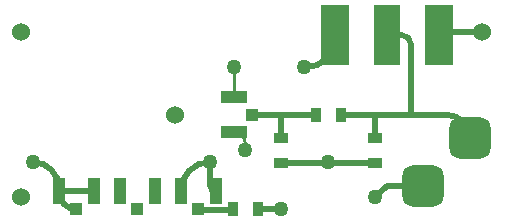
<source format=gbr>
G04*
G04 #@! TF.GenerationSoftware,Altium Limited,Altium Designer,24.6.1 (21)*
G04*
G04 Layer_Physical_Order=1*
G04 Layer_Color=255*
%FSLAX25Y25*%
%MOIN*%
G70*
G04*
G04 #@! TF.SameCoordinates,848F02FD-2630-40CC-A56B-9648625414CD*
G04*
G04*
G04 #@! TF.FilePolarity,Positive*
G04*
G01*
G75*
%ADD11C,0.01000*%
%ADD15R,0.03543X0.04724*%
%ADD16R,0.04134X0.08661*%
%ADD17R,0.03937X0.04134*%
%ADD18R,0.04724X0.03543*%
%ADD19R,0.09000X0.20000*%
%ADD20R,0.09500X0.20000*%
G04:AMPARAMS|DCode=21|XSize=137.8mil|YSize=137.8mil|CornerRadius=34.45mil|HoleSize=0mil|Usage=FLASHONLY|Rotation=0.000|XOffset=0mil|YOffset=0mil|HoleType=Round|Shape=RoundedRectangle|*
%AMROUNDEDRECTD21*
21,1,0.13780,0.06890,0,0,0.0*
21,1,0.06890,0.13780,0,0,0.0*
1,1,0.06890,0.03445,-0.03445*
1,1,0.06890,-0.03445,-0.03445*
1,1,0.06890,-0.03445,0.03445*
1,1,0.06890,0.03445,0.03445*
%
%ADD21ROUNDEDRECTD21*%
%ADD22R,0.08661X0.04134*%
%ADD23R,0.04134X0.03937*%
%ADD31C,0.01968*%
%ADD32C,0.01968*%
%ADD33C,0.06000*%
%ADD34C,0.05000*%
D11*
X86614Y29626D02*
G03*
X82677Y33563I-3937J0D01*
G01*
X86614Y27559D02*
Y29626D01*
X82677Y45177D02*
Y55118D01*
D15*
X90748Y7874D02*
D03*
X82480D02*
D03*
X118307Y39370D02*
D03*
X110039D02*
D03*
D16*
X65059Y13878D02*
D03*
X76673D02*
D03*
X44760D02*
D03*
X56375D02*
D03*
X24462D02*
D03*
X36076D02*
D03*
D17*
X70866Y7874D02*
D03*
X50568D02*
D03*
X30269D02*
D03*
D18*
X129921Y31693D02*
D03*
Y23425D02*
D03*
X98425Y31693D02*
D03*
Y23425D02*
D03*
D19*
X133858Y65840D02*
D03*
D20*
X151108D02*
D03*
X116608D02*
D03*
D21*
X161417Y31496D02*
D03*
X145669Y15748D02*
D03*
D22*
X82677Y33563D02*
D03*
Y45177D02*
D03*
D23*
X88681Y39370D02*
D03*
D31*
X106608Y55118D02*
G03*
X116608Y65118I0J10000D01*
G01*
X74597Y7563D02*
G03*
X74606Y7563I9J1984D01*
G01*
X24462Y14908D02*
G03*
X15748Y23622I-8714J0D01*
G01*
X24462Y13681D02*
G03*
X30269Y7874I5807J0D01*
G01*
X114173Y23622D02*
G03*
X114370Y23425I197J0D01*
G01*
X113976D02*
G03*
X114173Y23622I0J197D01*
G01*
X74803D02*
G03*
X65059Y13878I0J-9744D01*
G01*
X74803Y15748D02*
G03*
X76673Y13878I1870J0D01*
G01*
X141732Y62992D02*
G03*
X138884Y65840I-2848J0D01*
G01*
X161417Y31496D02*
G03*
X153543Y39370I-7874J0D01*
G01*
X106299Y55118D02*
X106608D01*
X116608Y65118D02*
Y65840D01*
X152197Y66929D02*
X165354D01*
X151108Y65840D02*
X152197Y66929D01*
X74597Y7563D02*
X74597D01*
X71850D02*
X74597D01*
X74606Y7563D02*
X81693Y7563D01*
X70866Y7874D02*
X71850Y7563D01*
X81693Y7563D02*
X82480Y7874D01*
X15748Y22592D02*
Y23622D01*
X24462Y13681D02*
Y13878D01*
Y14908D01*
X98425Y23425D02*
X113976D01*
X114370D02*
X129921D01*
X133858Y15748D02*
X145669D01*
X129921Y11811D02*
X133858Y15748D01*
X98425Y39370D02*
X110039D01*
X88681D02*
X98425D01*
Y31693D02*
Y39370D01*
X129921Y31693D02*
Y39370D01*
X141732D01*
X118307D02*
X129921D01*
X74803Y15748D02*
Y23622D01*
X74803D02*
X74803D01*
X24462Y13878D02*
X36076D01*
X141732Y39370D02*
X153543D01*
X141732D02*
Y62992D01*
X133858Y65840D02*
X138884D01*
X90748Y7874D02*
X98425D01*
D32*
X74597Y7563D02*
D03*
D33*
X62992Y39370D02*
D03*
X165354Y66929D02*
D03*
X11811Y11811D02*
D03*
Y66929D02*
D03*
D34*
X106299Y55118D02*
D03*
X114173Y23622D02*
D03*
X15748D02*
D03*
X86614Y27559D02*
D03*
X74803Y23622D02*
D03*
X98425Y7874D02*
D03*
X82677Y55118D02*
D03*
X129921Y11811D02*
D03*
M02*

</source>
